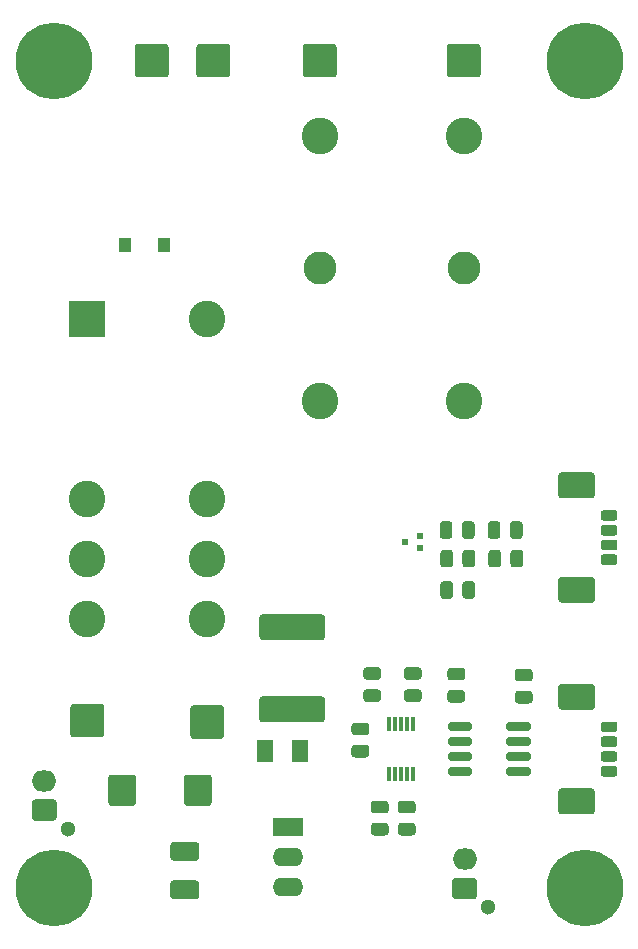
<source format=gts>
G04 #@! TF.GenerationSoftware,KiCad,Pcbnew,5.1.6+dfsg1-1~bpo9+1*
G04 #@! TF.CreationDate,2022-04-20T22:27:00+02:00*
G04 #@! TF.ProjectId,sdrtrx-powerswitch,73647274-7278-42d7-906f-776572737769,rev?*
G04 #@! TF.SameCoordinates,Original*
G04 #@! TF.FileFunction,Soldermask,Top*
G04 #@! TF.FilePolarity,Negative*
%FSLAX46Y46*%
G04 Gerber Fmt 4.6, Leading zero omitted, Abs format (unit mm)*
G04 Created by KiCad (PCBNEW 5.1.6+dfsg1-1~bpo9+1) date 2022-04-20 22:27:00*
%MOMM*%
%LPD*%
G01*
G04 APERTURE LIST*
%ADD10C,1.300000*%
%ADD11O,2.100000X1.800000*%
%ADD12R,1.400000X1.900000*%
%ADD13C,3.100000*%
%ADD14R,3.100000X3.100000*%
%ADD15O,2.600000X1.600000*%
%ADD16R,2.600000X1.600000*%
%ADD17R,1.000000X1.300000*%
%ADD18R,0.350000X1.200000*%
%ADD19C,2.800000*%
%ADD20C,6.500000*%
%ADD21R,0.610000X0.500000*%
G04 APERTURE END LIST*
G36*
G01*
X92686905Y-113775000D02*
X97713095Y-113775000D01*
G75*
G02*
X97975000Y-114036905I0J-261905D01*
G01*
X97975000Y-115713095D01*
G75*
G02*
X97713095Y-115975000I-261905J0D01*
G01*
X92686905Y-115975000D01*
G75*
G02*
X92425000Y-115713095I0J261905D01*
G01*
X92425000Y-114036905D01*
G75*
G02*
X92686905Y-113775000I261905J0D01*
G01*
G37*
G36*
G01*
X92686905Y-106825000D02*
X97713095Y-106825000D01*
G75*
G02*
X97975000Y-107086905I0J-261905D01*
G01*
X97975000Y-108763095D01*
G75*
G02*
X97713095Y-109025000I-261905J0D01*
G01*
X92686905Y-109025000D01*
G75*
G02*
X92425000Y-108763095I0J261905D01*
G01*
X92425000Y-107086905D01*
G75*
G02*
X92686905Y-106825000I261905J0D01*
G01*
G37*
D10*
X76200000Y-125000000D03*
D11*
X74200000Y-120900000D03*
G36*
G01*
X74985294Y-124300000D02*
X73414706Y-124300000D01*
G75*
G02*
X73150000Y-124035294I0J264706D01*
G01*
X73150000Y-122764706D01*
G75*
G02*
X73414706Y-122500000I264706J0D01*
G01*
X74985294Y-122500000D01*
G75*
G02*
X75250000Y-122764706I0J-264706D01*
G01*
X75250000Y-124035294D01*
G75*
G02*
X74985294Y-124300000I-264706J0D01*
G01*
G37*
G36*
G01*
X81887000Y-61109910D02*
X81887000Y-58778090D01*
G75*
G02*
X82146090Y-58519000I259090J0D01*
G01*
X84477910Y-58519000D01*
G75*
G02*
X84737000Y-58778090I0J-259090D01*
G01*
X84737000Y-61109910D01*
G75*
G02*
X84477910Y-61369000I-259090J0D01*
G01*
X82146090Y-61369000D01*
G75*
G02*
X81887000Y-61109910I0J259090D01*
G01*
G37*
G36*
G01*
X87094000Y-61109910D02*
X87094000Y-58778090D01*
G75*
G02*
X87353090Y-58519000I259090J0D01*
G01*
X89684910Y-58519000D01*
G75*
G02*
X89944000Y-58778090I0J-259090D01*
G01*
X89944000Y-61109910D01*
G75*
G02*
X89684910Y-61369000I-259090J0D01*
G01*
X87353090Y-61369000D01*
G75*
G02*
X87094000Y-61109910I0J259090D01*
G01*
G37*
G36*
G01*
X96111000Y-61109910D02*
X96111000Y-58778090D01*
G75*
G02*
X96370090Y-58519000I259090J0D01*
G01*
X98701910Y-58519000D01*
G75*
G02*
X98961000Y-58778090I0J-259090D01*
G01*
X98961000Y-61109910D01*
G75*
G02*
X98701910Y-61369000I-259090J0D01*
G01*
X96370090Y-61369000D01*
G75*
G02*
X96111000Y-61109910I0J259090D01*
G01*
G37*
G36*
G01*
X108303000Y-61109910D02*
X108303000Y-58778090D01*
G75*
G02*
X108562090Y-58519000I259090J0D01*
G01*
X110893910Y-58519000D01*
G75*
G02*
X111153000Y-58778090I0J-259090D01*
G01*
X111153000Y-61109910D01*
G75*
G02*
X110893910Y-61369000I-259090J0D01*
G01*
X108562090Y-61369000D01*
G75*
G02*
X108303000Y-61109910I0J259090D01*
G01*
G37*
G36*
G01*
X76426000Y-116989910D02*
X76426000Y-114658090D01*
G75*
G02*
X76685090Y-114399000I259090J0D01*
G01*
X79016910Y-114399000D01*
G75*
G02*
X79276000Y-114658090I0J-259090D01*
G01*
X79276000Y-116989910D01*
G75*
G02*
X79016910Y-117249000I-259090J0D01*
G01*
X76685090Y-117249000D01*
G75*
G02*
X76426000Y-116989910I0J259090D01*
G01*
G37*
G36*
G01*
X86586000Y-117116910D02*
X86586000Y-114785090D01*
G75*
G02*
X86845090Y-114526000I259090J0D01*
G01*
X89176910Y-114526000D01*
G75*
G02*
X89436000Y-114785090I0J-259090D01*
G01*
X89436000Y-117116910D01*
G75*
G02*
X89176910Y-117376000I-259090J0D01*
G01*
X86845090Y-117376000D01*
G75*
G02*
X86586000Y-117116910I0J259090D01*
G01*
G37*
D12*
X95900000Y-118400000D03*
X92900000Y-118400000D03*
D13*
X88011000Y-107188000D03*
X77851000Y-102108000D03*
X88011000Y-97028000D03*
X77851000Y-97028000D03*
X77851000Y-107188000D03*
X88011000Y-102108000D03*
D14*
X77851000Y-81788000D03*
D13*
X88011000Y-81788000D03*
G36*
G01*
X81985500Y-120665610D02*
X81985500Y-122793390D01*
G75*
G02*
X81724390Y-123054500I-261110J0D01*
G01*
X79896610Y-123054500D01*
G75*
G02*
X79635500Y-122793390I0J261110D01*
G01*
X79635500Y-120665610D01*
G75*
G02*
X79896610Y-120404500I261110J0D01*
G01*
X81724390Y-120404500D01*
G75*
G02*
X81985500Y-120665610I0J-261110D01*
G01*
G37*
G36*
G01*
X88385500Y-120665610D02*
X88385500Y-122793390D01*
G75*
G02*
X88124390Y-123054500I-261110J0D01*
G01*
X86296610Y-123054500D01*
G75*
G02*
X86035500Y-122793390I0J261110D01*
G01*
X86035500Y-120665610D01*
G75*
G02*
X86296610Y-120404500I261110J0D01*
G01*
X88124390Y-120404500D01*
G75*
G02*
X88385500Y-120665610I0J-261110D01*
G01*
G37*
D10*
X111791500Y-131648000D03*
D11*
X109791500Y-127548000D03*
G36*
G01*
X110576794Y-130948000D02*
X109006206Y-130948000D01*
G75*
G02*
X108741500Y-130683294I0J264706D01*
G01*
X108741500Y-129412706D01*
G75*
G02*
X109006206Y-129148000I264706J0D01*
G01*
X110576794Y-129148000D01*
G75*
G02*
X110841500Y-129412706I0J-264706D01*
G01*
X110841500Y-130683294D01*
G75*
G02*
X110576794Y-130948000I-264706J0D01*
G01*
G37*
D15*
X94805500Y-129921000D03*
X94805500Y-127381000D03*
D16*
X94805500Y-124841000D03*
G36*
G01*
X108820000Y-104293750D02*
X108820000Y-105256250D01*
G75*
G02*
X108551250Y-105525000I-268750J0D01*
G01*
X108013750Y-105525000D01*
G75*
G02*
X107745000Y-105256250I0J268750D01*
G01*
X107745000Y-104293750D01*
G75*
G02*
X108013750Y-104025000I268750J0D01*
G01*
X108551250Y-104025000D01*
G75*
G02*
X108820000Y-104293750I0J-268750D01*
G01*
G37*
G36*
G01*
X110695000Y-104293750D02*
X110695000Y-105256250D01*
G75*
G02*
X110426250Y-105525000I-268750J0D01*
G01*
X109888750Y-105525000D01*
G75*
G02*
X109620000Y-105256250I0J268750D01*
G01*
X109620000Y-104293750D01*
G75*
G02*
X109888750Y-104025000I268750J0D01*
G01*
X110426250Y-104025000D01*
G75*
G02*
X110695000Y-104293750I0J-268750D01*
G01*
G37*
G36*
G01*
X85147667Y-129349000D02*
X87064333Y-129349000D01*
G75*
G02*
X87331000Y-129615667I0J-266667D01*
G01*
X87331000Y-130682333D01*
G75*
G02*
X87064333Y-130949000I-266667J0D01*
G01*
X85147667Y-130949000D01*
G75*
G02*
X84881000Y-130682333I0J266667D01*
G01*
X84881000Y-129615667D01*
G75*
G02*
X85147667Y-129349000I266667J0D01*
G01*
G37*
G36*
G01*
X85147667Y-126099000D02*
X87064333Y-126099000D01*
G75*
G02*
X87331000Y-126365667I0J-266667D01*
G01*
X87331000Y-127432333D01*
G75*
G02*
X87064333Y-127699000I-266667J0D01*
G01*
X85147667Y-127699000D01*
G75*
G02*
X84881000Y-127432333I0J266667D01*
G01*
X84881000Y-126365667D01*
G75*
G02*
X85147667Y-126099000I266667J0D01*
G01*
G37*
D17*
X84327000Y-75565000D03*
X81027000Y-75565000D03*
G36*
G01*
X114326750Y-113303000D02*
X115289250Y-113303000D01*
G75*
G02*
X115558000Y-113571750I0J-268750D01*
G01*
X115558000Y-114109250D01*
G75*
G02*
X115289250Y-114378000I-268750J0D01*
G01*
X114326750Y-114378000D01*
G75*
G02*
X114058000Y-114109250I0J268750D01*
G01*
X114058000Y-113571750D01*
G75*
G02*
X114326750Y-113303000I268750J0D01*
G01*
G37*
G36*
G01*
X114326750Y-111428000D02*
X115289250Y-111428000D01*
G75*
G02*
X115558000Y-111696750I0J-268750D01*
G01*
X115558000Y-112234250D01*
G75*
G02*
X115289250Y-112503000I-268750J0D01*
G01*
X114326750Y-112503000D01*
G75*
G02*
X114058000Y-112234250I0J268750D01*
G01*
X114058000Y-111696750D01*
G75*
G02*
X114326750Y-111428000I268750J0D01*
G01*
G37*
G36*
G01*
X100483750Y-117875000D02*
X101446250Y-117875000D01*
G75*
G02*
X101715000Y-118143750I0J-268750D01*
G01*
X101715000Y-118681250D01*
G75*
G02*
X101446250Y-118950000I-268750J0D01*
G01*
X100483750Y-118950000D01*
G75*
G02*
X100215000Y-118681250I0J268750D01*
G01*
X100215000Y-118143750D01*
G75*
G02*
X100483750Y-117875000I268750J0D01*
G01*
G37*
G36*
G01*
X100483750Y-116000000D02*
X101446250Y-116000000D01*
G75*
G02*
X101715000Y-116268750I0J-268750D01*
G01*
X101715000Y-116806250D01*
G75*
G02*
X101446250Y-117075000I-268750J0D01*
G01*
X100483750Y-117075000D01*
G75*
G02*
X100215000Y-116806250I0J268750D01*
G01*
X100215000Y-116268750D01*
G75*
G02*
X100483750Y-116000000I268750J0D01*
G01*
G37*
G36*
G01*
X108611750Y-113224500D02*
X109574250Y-113224500D01*
G75*
G02*
X109843000Y-113493250I0J-268750D01*
G01*
X109843000Y-114030750D01*
G75*
G02*
X109574250Y-114299500I-268750J0D01*
G01*
X108611750Y-114299500D01*
G75*
G02*
X108343000Y-114030750I0J268750D01*
G01*
X108343000Y-113493250D01*
G75*
G02*
X108611750Y-113224500I268750J0D01*
G01*
G37*
G36*
G01*
X108611750Y-111349500D02*
X109574250Y-111349500D01*
G75*
G02*
X109843000Y-111618250I0J-268750D01*
G01*
X109843000Y-112155750D01*
G75*
G02*
X109574250Y-112424500I-268750J0D01*
G01*
X108611750Y-112424500D01*
G75*
G02*
X108343000Y-112155750I0J268750D01*
G01*
X108343000Y-111618250D01*
G75*
G02*
X108611750Y-111349500I268750J0D01*
G01*
G37*
G36*
G01*
X109571500Y-100176250D02*
X109571500Y-99213750D01*
G75*
G02*
X109840250Y-98945000I268750J0D01*
G01*
X110377750Y-98945000D01*
G75*
G02*
X110646500Y-99213750I0J-268750D01*
G01*
X110646500Y-100176250D01*
G75*
G02*
X110377750Y-100445000I-268750J0D01*
G01*
X109840250Y-100445000D01*
G75*
G02*
X109571500Y-100176250I0J268750D01*
G01*
G37*
G36*
G01*
X107696500Y-100176250D02*
X107696500Y-99213750D01*
G75*
G02*
X107965250Y-98945000I268750J0D01*
G01*
X108502750Y-98945000D01*
G75*
G02*
X108771500Y-99213750I0J-268750D01*
G01*
X108771500Y-100176250D01*
G75*
G02*
X108502750Y-100445000I-268750J0D01*
G01*
X107965250Y-100445000D01*
G75*
G02*
X107696500Y-100176250I0J268750D01*
G01*
G37*
D18*
X103394000Y-116087000D03*
X103894000Y-116087000D03*
X104394000Y-116087000D03*
X104894000Y-116087000D03*
X105394000Y-116087000D03*
X105394000Y-120387000D03*
X104894000Y-120387000D03*
X104394000Y-120387000D03*
X103894000Y-120387000D03*
X103394000Y-120387000D03*
G36*
G01*
X113337000Y-116507000D02*
X113337000Y-116157000D01*
G75*
G02*
X113512000Y-115982000I175000J0D01*
G01*
X115212000Y-115982000D01*
G75*
G02*
X115387000Y-116157000I0J-175000D01*
G01*
X115387000Y-116507000D01*
G75*
G02*
X115212000Y-116682000I-175000J0D01*
G01*
X113512000Y-116682000D01*
G75*
G02*
X113337000Y-116507000I0J175000D01*
G01*
G37*
G36*
G01*
X113337000Y-117777000D02*
X113337000Y-117427000D01*
G75*
G02*
X113512000Y-117252000I175000J0D01*
G01*
X115212000Y-117252000D01*
G75*
G02*
X115387000Y-117427000I0J-175000D01*
G01*
X115387000Y-117777000D01*
G75*
G02*
X115212000Y-117952000I-175000J0D01*
G01*
X113512000Y-117952000D01*
G75*
G02*
X113337000Y-117777000I0J175000D01*
G01*
G37*
G36*
G01*
X113337000Y-119047000D02*
X113337000Y-118697000D01*
G75*
G02*
X113512000Y-118522000I175000J0D01*
G01*
X115212000Y-118522000D01*
G75*
G02*
X115387000Y-118697000I0J-175000D01*
G01*
X115387000Y-119047000D01*
G75*
G02*
X115212000Y-119222000I-175000J0D01*
G01*
X113512000Y-119222000D01*
G75*
G02*
X113337000Y-119047000I0J175000D01*
G01*
G37*
G36*
G01*
X113337000Y-120317000D02*
X113337000Y-119967000D01*
G75*
G02*
X113512000Y-119792000I175000J0D01*
G01*
X115212000Y-119792000D01*
G75*
G02*
X115387000Y-119967000I0J-175000D01*
G01*
X115387000Y-120317000D01*
G75*
G02*
X115212000Y-120492000I-175000J0D01*
G01*
X113512000Y-120492000D01*
G75*
G02*
X113337000Y-120317000I0J175000D01*
G01*
G37*
G36*
G01*
X108387000Y-120317000D02*
X108387000Y-119967000D01*
G75*
G02*
X108562000Y-119792000I175000J0D01*
G01*
X110262000Y-119792000D01*
G75*
G02*
X110437000Y-119967000I0J-175000D01*
G01*
X110437000Y-120317000D01*
G75*
G02*
X110262000Y-120492000I-175000J0D01*
G01*
X108562000Y-120492000D01*
G75*
G02*
X108387000Y-120317000I0J175000D01*
G01*
G37*
G36*
G01*
X108387000Y-119047000D02*
X108387000Y-118697000D01*
G75*
G02*
X108562000Y-118522000I175000J0D01*
G01*
X110262000Y-118522000D01*
G75*
G02*
X110437000Y-118697000I0J-175000D01*
G01*
X110437000Y-119047000D01*
G75*
G02*
X110262000Y-119222000I-175000J0D01*
G01*
X108562000Y-119222000D01*
G75*
G02*
X108387000Y-119047000I0J175000D01*
G01*
G37*
G36*
G01*
X108387000Y-117777000D02*
X108387000Y-117427000D01*
G75*
G02*
X108562000Y-117252000I175000J0D01*
G01*
X110262000Y-117252000D01*
G75*
G02*
X110437000Y-117427000I0J-175000D01*
G01*
X110437000Y-117777000D01*
G75*
G02*
X110262000Y-117952000I-175000J0D01*
G01*
X108562000Y-117952000D01*
G75*
G02*
X108387000Y-117777000I0J175000D01*
G01*
G37*
G36*
G01*
X108387000Y-116507000D02*
X108387000Y-116157000D01*
G75*
G02*
X108562000Y-115982000I175000J0D01*
G01*
X110262000Y-115982000D01*
G75*
G02*
X110437000Y-116157000I0J-175000D01*
G01*
X110437000Y-116507000D01*
G75*
G02*
X110262000Y-116682000I-175000J0D01*
G01*
X108562000Y-116682000D01*
G75*
G02*
X108387000Y-116507000I0J175000D01*
G01*
G37*
G36*
G01*
X101499750Y-113176000D02*
X102462250Y-113176000D01*
G75*
G02*
X102731000Y-113444750I0J-268750D01*
G01*
X102731000Y-113982250D01*
G75*
G02*
X102462250Y-114251000I-268750J0D01*
G01*
X101499750Y-114251000D01*
G75*
G02*
X101231000Y-113982250I0J268750D01*
G01*
X101231000Y-113444750D01*
G75*
G02*
X101499750Y-113176000I268750J0D01*
G01*
G37*
G36*
G01*
X101499750Y-111301000D02*
X102462250Y-111301000D01*
G75*
G02*
X102731000Y-111569750I0J-268750D01*
G01*
X102731000Y-112107250D01*
G75*
G02*
X102462250Y-112376000I-268750J0D01*
G01*
X101499750Y-112376000D01*
G75*
G02*
X101231000Y-112107250I0J268750D01*
G01*
X101231000Y-111569750D01*
G75*
G02*
X101499750Y-111301000I268750J0D01*
G01*
G37*
G36*
G01*
X104928750Y-113176000D02*
X105891250Y-113176000D01*
G75*
G02*
X106160000Y-113444750I0J-268750D01*
G01*
X106160000Y-113982250D01*
G75*
G02*
X105891250Y-114251000I-268750J0D01*
G01*
X104928750Y-114251000D01*
G75*
G02*
X104660000Y-113982250I0J268750D01*
G01*
X104660000Y-113444750D01*
G75*
G02*
X104928750Y-113176000I268750J0D01*
G01*
G37*
G36*
G01*
X104928750Y-111301000D02*
X105891250Y-111301000D01*
G75*
G02*
X106160000Y-111569750I0J-268750D01*
G01*
X106160000Y-112107250D01*
G75*
G02*
X105891250Y-112376000I-268750J0D01*
G01*
X104928750Y-112376000D01*
G75*
G02*
X104660000Y-112107250I0J268750D01*
G01*
X104660000Y-111569750D01*
G75*
G02*
X104928750Y-111301000I268750J0D01*
G01*
G37*
G36*
G01*
X104420750Y-124479000D02*
X105383250Y-124479000D01*
G75*
G02*
X105652000Y-124747750I0J-268750D01*
G01*
X105652000Y-125285250D01*
G75*
G02*
X105383250Y-125554000I-268750J0D01*
G01*
X104420750Y-125554000D01*
G75*
G02*
X104152000Y-125285250I0J268750D01*
G01*
X104152000Y-124747750D01*
G75*
G02*
X104420750Y-124479000I268750J0D01*
G01*
G37*
G36*
G01*
X104420750Y-122604000D02*
X105383250Y-122604000D01*
G75*
G02*
X105652000Y-122872750I0J-268750D01*
G01*
X105652000Y-123410250D01*
G75*
G02*
X105383250Y-123679000I-268750J0D01*
G01*
X104420750Y-123679000D01*
G75*
G02*
X104152000Y-123410250I0J268750D01*
G01*
X104152000Y-122872750D01*
G75*
G02*
X104420750Y-122604000I268750J0D01*
G01*
G37*
G36*
G01*
X103097250Y-123679000D02*
X102134750Y-123679000D01*
G75*
G02*
X101866000Y-123410250I0J268750D01*
G01*
X101866000Y-122872750D01*
G75*
G02*
X102134750Y-122604000I268750J0D01*
G01*
X103097250Y-122604000D01*
G75*
G02*
X103366000Y-122872750I0J-268750D01*
G01*
X103366000Y-123410250D01*
G75*
G02*
X103097250Y-123679000I-268750J0D01*
G01*
G37*
G36*
G01*
X103097250Y-125554000D02*
X102134750Y-125554000D01*
G75*
G02*
X101866000Y-125285250I0J268750D01*
G01*
X101866000Y-124747750D01*
G75*
G02*
X102134750Y-124479000I268750J0D01*
G01*
X103097250Y-124479000D01*
G75*
G02*
X103366000Y-124747750I0J-268750D01*
G01*
X103366000Y-125285250D01*
G75*
G02*
X103097250Y-125554000I-268750J0D01*
G01*
G37*
G36*
G01*
X109620000Y-102589250D02*
X109620000Y-101626750D01*
G75*
G02*
X109888750Y-101358000I268750J0D01*
G01*
X110426250Y-101358000D01*
G75*
G02*
X110695000Y-101626750I0J-268750D01*
G01*
X110695000Y-102589250D01*
G75*
G02*
X110426250Y-102858000I-268750J0D01*
G01*
X109888750Y-102858000D01*
G75*
G02*
X109620000Y-102589250I0J268750D01*
G01*
G37*
G36*
G01*
X107745000Y-102589250D02*
X107745000Y-101626750D01*
G75*
G02*
X108013750Y-101358000I268750J0D01*
G01*
X108551250Y-101358000D01*
G75*
G02*
X108820000Y-101626750I0J-268750D01*
G01*
X108820000Y-102589250D01*
G75*
G02*
X108551250Y-102858000I-268750J0D01*
G01*
X108013750Y-102858000D01*
G75*
G02*
X107745000Y-102589250I0J268750D01*
G01*
G37*
G36*
G01*
X112835500Y-99213750D02*
X112835500Y-100176250D01*
G75*
G02*
X112566750Y-100445000I-268750J0D01*
G01*
X112029250Y-100445000D01*
G75*
G02*
X111760500Y-100176250I0J268750D01*
G01*
X111760500Y-99213750D01*
G75*
G02*
X112029250Y-98945000I268750J0D01*
G01*
X112566750Y-98945000D01*
G75*
G02*
X112835500Y-99213750I0J-268750D01*
G01*
G37*
G36*
G01*
X114710500Y-99213750D02*
X114710500Y-100176250D01*
G75*
G02*
X114441750Y-100445000I-268750J0D01*
G01*
X113904250Y-100445000D01*
G75*
G02*
X113635500Y-100176250I0J268750D01*
G01*
X113635500Y-99213750D01*
G75*
G02*
X113904250Y-98945000I268750J0D01*
G01*
X114441750Y-98945000D01*
G75*
G02*
X114710500Y-99213750I0J-268750D01*
G01*
G37*
G36*
G01*
X113684000Y-102589250D02*
X113684000Y-101626750D01*
G75*
G02*
X113952750Y-101358000I268750J0D01*
G01*
X114490250Y-101358000D01*
G75*
G02*
X114759000Y-101626750I0J-268750D01*
G01*
X114759000Y-102589250D01*
G75*
G02*
X114490250Y-102858000I-268750J0D01*
G01*
X113952750Y-102858000D01*
G75*
G02*
X113684000Y-102589250I0J268750D01*
G01*
G37*
G36*
G01*
X111809000Y-102589250D02*
X111809000Y-101626750D01*
G75*
G02*
X112077750Y-101358000I268750J0D01*
G01*
X112615250Y-101358000D01*
G75*
G02*
X112884000Y-101626750I0J-268750D01*
G01*
X112884000Y-102589250D01*
G75*
G02*
X112615250Y-102858000I-268750J0D01*
G01*
X112077750Y-102858000D01*
G75*
G02*
X111809000Y-102589250I0J268750D01*
G01*
G37*
G36*
G01*
X117988905Y-121562000D02*
X120565095Y-121562000D01*
G75*
G02*
X120827000Y-121823905I0J-261905D01*
G01*
X120827000Y-123500095D01*
G75*
G02*
X120565095Y-123762000I-261905J0D01*
G01*
X117988905Y-123762000D01*
G75*
G02*
X117727000Y-123500095I0J261905D01*
G01*
X117727000Y-121823905D01*
G75*
G02*
X117988905Y-121562000I261905J0D01*
G01*
G37*
G36*
G01*
X117988905Y-112712000D02*
X120565095Y-112712000D01*
G75*
G02*
X120827000Y-112973905I0J-261905D01*
G01*
X120827000Y-114650095D01*
G75*
G02*
X120565095Y-114912000I-261905J0D01*
G01*
X117988905Y-114912000D01*
G75*
G02*
X117727000Y-114650095I0J261905D01*
G01*
X117727000Y-112973905D01*
G75*
G02*
X117988905Y-112712000I261905J0D01*
G01*
G37*
G36*
G01*
X121552000Y-119662000D02*
X122502000Y-119662000D01*
G75*
G02*
X122727000Y-119887000I0J-225000D01*
G01*
X122727000Y-120337000D01*
G75*
G02*
X122502000Y-120562000I-225000J0D01*
G01*
X121552000Y-120562000D01*
G75*
G02*
X121327000Y-120337000I0J225000D01*
G01*
X121327000Y-119887000D01*
G75*
G02*
X121552000Y-119662000I225000J0D01*
G01*
G37*
G36*
G01*
X121552000Y-118412000D02*
X122502000Y-118412000D01*
G75*
G02*
X122727000Y-118637000I0J-225000D01*
G01*
X122727000Y-119087000D01*
G75*
G02*
X122502000Y-119312000I-225000J0D01*
G01*
X121552000Y-119312000D01*
G75*
G02*
X121327000Y-119087000I0J225000D01*
G01*
X121327000Y-118637000D01*
G75*
G02*
X121552000Y-118412000I225000J0D01*
G01*
G37*
G36*
G01*
X121552000Y-117162000D02*
X122502000Y-117162000D01*
G75*
G02*
X122727000Y-117387000I0J-225000D01*
G01*
X122727000Y-117837000D01*
G75*
G02*
X122502000Y-118062000I-225000J0D01*
G01*
X121552000Y-118062000D01*
G75*
G02*
X121327000Y-117837000I0J225000D01*
G01*
X121327000Y-117387000D01*
G75*
G02*
X121552000Y-117162000I225000J0D01*
G01*
G37*
G36*
G01*
X121552000Y-115912000D02*
X122502000Y-115912000D01*
G75*
G02*
X122727000Y-116137000I0J-225000D01*
G01*
X122727000Y-116587000D01*
G75*
G02*
X122502000Y-116812000I-225000J0D01*
G01*
X121552000Y-116812000D01*
G75*
G02*
X121327000Y-116587000I0J225000D01*
G01*
X121327000Y-116137000D01*
G75*
G02*
X121552000Y-115912000I225000J0D01*
G01*
G37*
D19*
X97536000Y-77544000D03*
D13*
X97536000Y-88794000D03*
X97536000Y-66294000D03*
D19*
X109728000Y-77544000D03*
D13*
X109728000Y-88794000D03*
X109728000Y-66294000D03*
D20*
X120000000Y-130000000D03*
X120000000Y-60000000D03*
X75000000Y-60000000D03*
X75000000Y-130000000D03*
D21*
X106055000Y-100211000D03*
X104765000Y-100711000D03*
X106055000Y-101211000D03*
G36*
G01*
X117988905Y-103655000D02*
X120565095Y-103655000D01*
G75*
G02*
X120827000Y-103916905I0J-261905D01*
G01*
X120827000Y-105593095D01*
G75*
G02*
X120565095Y-105855000I-261905J0D01*
G01*
X117988905Y-105855000D01*
G75*
G02*
X117727000Y-105593095I0J261905D01*
G01*
X117727000Y-103916905D01*
G75*
G02*
X117988905Y-103655000I261905J0D01*
G01*
G37*
G36*
G01*
X117988905Y-94805000D02*
X120565095Y-94805000D01*
G75*
G02*
X120827000Y-95066905I0J-261905D01*
G01*
X120827000Y-96743095D01*
G75*
G02*
X120565095Y-97005000I-261905J0D01*
G01*
X117988905Y-97005000D01*
G75*
G02*
X117727000Y-96743095I0J261905D01*
G01*
X117727000Y-95066905D01*
G75*
G02*
X117988905Y-94805000I261905J0D01*
G01*
G37*
G36*
G01*
X121552000Y-101755000D02*
X122502000Y-101755000D01*
G75*
G02*
X122727000Y-101980000I0J-225000D01*
G01*
X122727000Y-102430000D01*
G75*
G02*
X122502000Y-102655000I-225000J0D01*
G01*
X121552000Y-102655000D01*
G75*
G02*
X121327000Y-102430000I0J225000D01*
G01*
X121327000Y-101980000D01*
G75*
G02*
X121552000Y-101755000I225000J0D01*
G01*
G37*
G36*
G01*
X121552000Y-100505000D02*
X122502000Y-100505000D01*
G75*
G02*
X122727000Y-100730000I0J-225000D01*
G01*
X122727000Y-101180000D01*
G75*
G02*
X122502000Y-101405000I-225000J0D01*
G01*
X121552000Y-101405000D01*
G75*
G02*
X121327000Y-101180000I0J225000D01*
G01*
X121327000Y-100730000D01*
G75*
G02*
X121552000Y-100505000I225000J0D01*
G01*
G37*
G36*
G01*
X121552000Y-99255000D02*
X122502000Y-99255000D01*
G75*
G02*
X122727000Y-99480000I0J-225000D01*
G01*
X122727000Y-99930000D01*
G75*
G02*
X122502000Y-100155000I-225000J0D01*
G01*
X121552000Y-100155000D01*
G75*
G02*
X121327000Y-99930000I0J225000D01*
G01*
X121327000Y-99480000D01*
G75*
G02*
X121552000Y-99255000I225000J0D01*
G01*
G37*
G36*
G01*
X121552000Y-98005000D02*
X122502000Y-98005000D01*
G75*
G02*
X122727000Y-98230000I0J-225000D01*
G01*
X122727000Y-98680000D01*
G75*
G02*
X122502000Y-98905000I-225000J0D01*
G01*
X121552000Y-98905000D01*
G75*
G02*
X121327000Y-98680000I0J225000D01*
G01*
X121327000Y-98230000D01*
G75*
G02*
X121552000Y-98005000I225000J0D01*
G01*
G37*
M02*

</source>
